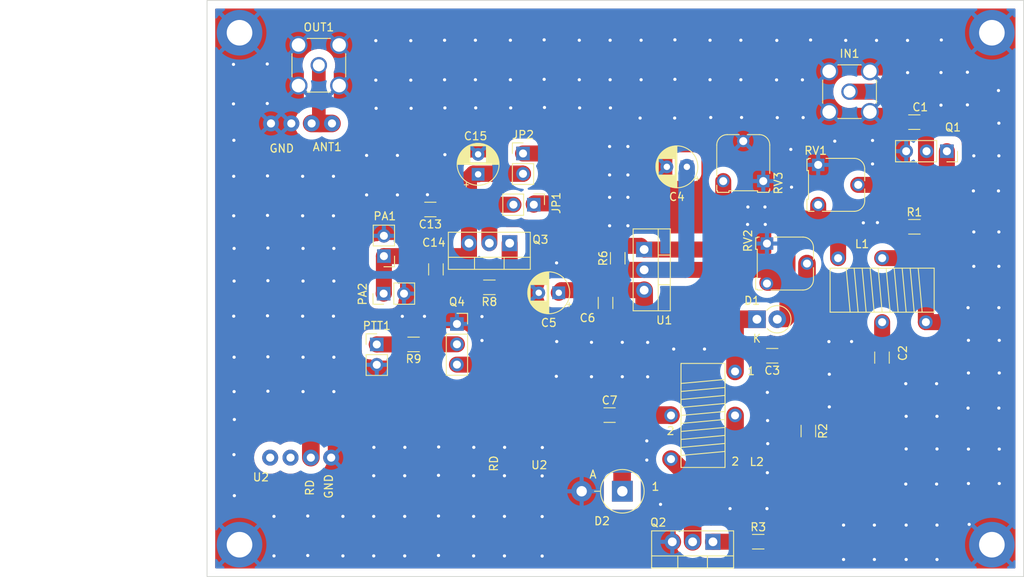
<source format=kicad_pcb>
(kicad_pcb (version 20211014) (generator pcbnew)
  (layers (0 "F.Cu" signal) (31 "B.Cu" signal) (35 "F.Paste" user) (37 "F.SilkS" user "F.Silkscreen") (38 "B.Mask" user) (39 "F.Mask" user) (44 "Edge.Cuts" user))
  (net 0 "")
  (net 1 "GND")
  (net 2 "+VDC")
  (net 3 "Net-(OUT1-Pad1)")
  (net 4 "Net-(C3-Pad1)")
  (net 5 "/DC_BIAS_1")
  (net 6 "/RF_IN_200mW")
  (net 7 "Net-(Q2-Pad1)")
  (net 8 "Net-(R1-Pad1)")
  (net 9 "Net-(C7-Pad2)")
  (net 10 "/8-10mW")
  (net 11 "/RF_OUT")
  (net 12 "/DRAIN")
  (net 15 "Net-(R6-Pad2)")
  (net 16 "Net-(JP1-Pad2)")
  (net 17 "Net-(PTT1-Pad1)")
  (net 18 "Net-(C4-Pad1)")
  (net 19 "Net-(Q3-Pad1)")
  (net 20 "Net-(Q4-Pad2)")
  (net 21 "Net-(C2-Pad2)")
  (net 22 "Net-(L1-Pad1)")
  (net 23 "Net-(C5-Pad1)")
  (footprint "footprints:uSDX_LPF_Band_Module" (layer "F.Cu") (at -3.255 85.385 90)
    (fp_text reference "U2" (at 0.351 32.345) (layer "F.SilkS"))
    (fp_text value "uSDX_LPF_BAND_MODULE (100v caps)" hide)
    (fp_text user "GND" (at 41.455 34.945) (layer "F.SilkS"))
    (fp_text user "GND" (at -0.795 40.815 270) (layer "F.SilkS"))
    (fp_text user "ANT1" (at 41.635 40.635) (layer "F.SilkS"))
    (pad "1" thru_hole circle (at 2.8 33.5 270) (size 2 2) (drill 1.016) (layers *.Cu *.Mask))
    (pad "2" thru_hole circle (at 2.8 36.04 270) (size 2 2) (drill 1.016) (layers *.Cu *.Mask))
    (pad "3" thru_hole circle (at 2.8 38.58 270) (size 2 2) (drill 1.016) (layers *.Cu *.Mask) (net 11 "/RF_OUT"))
    (pad "4" thru_hole circle (at 2.8 41.12 270) (size 2 2) (drill 1.016) (layers *.Cu *.Mask) (net 1 "GND"))
    (pad "5" thru_hole circle (at 44.58 41.22 270) (size 2 2) (drill 1.016) (layers *.Cu *.Mask) (net 3 "Net-(OUT1-Pad1)"))
    (pad "6" thru_hole circle (at 44.58 38.68 270) (size 2 2) (drill 1.016) (layers *.Cu *.Mask) (net 3 "Net-(OUT1-Pad1)"))
    (pad "7" thru_hole circle (at 44.58 36.14 270) (size 2 2) (drill 1.016) (layers *.Cu *.Mask) (net 1 "GND"))
    (pad "8" thru_hole circle (at 44.58 33.6 270) (size 2 2) (drill 1.016) (layers *.Cu *.Mask) (net 1 "GND"))
  )
  (footprint "Resistor_SMD:R_1206_3216Metric_Pad1.30x1.75mm_HandSolder" (layer "F.Cu") (at 91.21 93.095)
    (fp_text reference "R3" (at 0 -1.82) (layer "F.SilkS"))
    (fp_text value "10")
    (pad "1" smd roundrect (at -1.55 0) (size 1.3 1.75) (layers "F.Cu" "F.Paste" "F.Mask") (roundrect_rratio 0.1923076923) (net 7 "Net-(Q2-Pad1)"))
    (pad "2" smd roundrect (at 1.55 0) (size 1.3 1.75) (layers "F.Cu" "F.Paste" "F.Mask") (roundrect_rratio 0.1923076923) (net 6 "/RF_IN_200mW"))
  )
  (footprint "Capacitor_SMD:C_1206_3216Metric_Pad1.33x1.80mm_HandSolder" (layer "F.Cu") (at 106.67 70.08 90)
    (fp_text reference "C2" (at 0.56 2.6 90) (layer "F.SilkS"))
    (fp_text value "100nF" hide)
    (pad "1" smd roundrect (at -1.5625 0 90) (size 1.325 1.8) (layers "F.Cu" "F.Paste" "F.Mask") (roundrect_rratio 0.1886792453) (net 6 "/RF_IN_200mW"))
    (pad "2" smd roundrect (at 1.5625 0 90) (size 1.325 1.8) (layers "F.Cu" "F.Paste" "F.Mask") (roundrect_rratio 0.1886792453) (net 21 "Net-(C2-Pad2)"))
  )
  (footprint "Capacitor_SMD:C_1206_3216Metric_Pad1.33x1.80mm_HandSolder" (layer "F.Cu") (at 72.644 77.27)
    (fp_text reference "C7" (at 0 -1.85) (layer "F.SilkS"))
    (fp_text value "100nF 100v" hide)
    (pad "1" smd roundrect (at -1.5625 0) (size 1.325 1.8) (layers "F.Cu" "F.Paste" "F.Mask") (roundrect_rratio 0.1886792453) (net 11 "/RF_OUT"))
    (pad "2" smd roundrect (at 1.5625 0) (size 1.325 1.8) (layers "F.Cu" "F.Paste" "F.Mask") (roundrect_rratio 0.1886792453) (net 9 "Net-(C7-Pad2)"))
  )
  (footprint "Package_TO_SOT_THT:TO-220-3_Vertical" (layer "F.Cu") (at 85.555 93.11 180)
    (fp_text reference "Q2" (at 6.842 2.419) (layer "F.SilkS"))
    (fp_text value "IRF510" hide)
    (pad "1" thru_hole rect locked (at 0 0 180) (size 1.905 2) (drill 1.1) (layers *.Cu *.Mask) (net 7 "Net-(Q2-Pad1)"))
    (pad "2" thru_hole oval locked (at 2.54 0 180) (size 1.905 2) (drill 1.1) (layers *.Cu *.Mask) (net 12 "/DRAIN"))
    (pad "3" thru_hole oval locked (at 5.08 0 180) (size 1.905 2) (drill 1.1) (layers *.Cu *.Mask) (net 1 "GND"))
  )
  (footprint "Resistor_SMD:R_1206_3216Metric_Pad1.30x1.75mm_HandSolder" (layer "F.Cu") (at 97.475 79.26 -90)
    (fp_text reference "R2" (at 0 -1.82 -90) (layer "F.SilkS"))
    (fp_text value "3.3k" hide)
    (pad "1" smd roundrect (at -1.55 0 270) (size 1.3 1.75) (layers "F.Cu" "F.Paste" "F.Mask") (roundrect_rratio 0.1923076923) (net 4 "Net-(C3-Pad1)"))
    (pad "2" smd roundrect (at 1.55 0 270) (size 1.3 1.75) (layers "F.Cu" "F.Paste" "F.Mask") (roundrect_rratio 0.1923076923) (net 6 "/RF_IN_200mW"))
  )
  (footprint "Capacitor_SMD:C_1206_3216Metric_Pad1.33x1.80mm_HandSolder" (layer "F.Cu") (at 110.7055 40.64 180)
    (fp_text reference "C1" (at -0.7445 1.87 180) (layer "F.SilkS"))
    (fp_text value "100nF" hide)
    (pad "1" smd roundrect (at -1.5625 0 180) (size 1.325 1.8) (layers "F.Cu" "F.Paste" "F.Mask") (roundrect_rratio 0.1886792453) (net 5 "/DC_BIAS_1"))
    (pad "2" smd roundrect (at 1.5625 0 180) (size 1.325 1.8) (layers "F.Cu" "F.Paste" "F.Mask") (roundrect_rratio 0.1886792453) (net 10 "/8-10mW"))
  )
  (footprint "Connector_PinSocket_2.54mm:PinSocket_1x03_P2.54mm_Vertical" (layer "F.Cu") (at 114.775 44.275 -90)
    (fp_text reference "Q1" (at -2.985 -0.76 180) (layer "F.SilkS"))
    (fp_text value "BS170" hide)
    (pad "1" thru_hole rect locked (at 0 0 270) (size 1.7 1.7) (drill 1) (layers *.Cu *.Mask) (net 22 "Net-(L1-Pad1)"))
    (pad "2" thru_hole oval locked (at 0 2.54 270) (size 1.7 1.7) (drill 1) (layers *.Cu *.Mask) (net 5 "/DC_BIAS_1"))
    (pad "3" thru_hole oval locked (at 0 5.08 270) (size 1.7 1.7) (drill 1) (layers *.Cu *.Mask) (net 1 "GND"))
  )
  (footprint "Resistor_SMD:R_1206_3216Metric_Pad1.30x1.75mm_HandSolder" (layer "F.Cu") (at 110.718 53.725)
    (fp_text reference "R1" (at 0 -1.82) (layer "F.SilkS"))
    (fp_text value "4.7k")
    (pad "1" smd roundrect (at -1.55 0) (size 1.3 1.75) (layers "F.Cu" "F.Paste" "F.Mask") (roundrect_rratio 0.1923076923) (net 8 "Net-(R1-Pad1)"))
    (pad "2" smd roundrect (at 1.55 0) (size 1.3 1.75) (layers "F.Cu" "F.Paste" "F.Mask") (roundrect_rratio 0.1923076923) (net 5 "/DC_BIAS_1"))
  )
  (footprint "footprints:FT50-43 Transformer" (layer "F.Cu") (at 114.69 61.645 -90)
    (fp_text reference "L1" (at -5.765 10.51 unlocked) (layer "F.SilkS"))
    (fp_text value "L_Ferrite_Coupled" hide)
    (pad "1" thru_hole circle locked (at 4 2.54 270) (size 1.7 1.7) (drill 1) (layers *.Cu *.Mask) (net 22 "Net-(L1-Pad1)"))
    (pad "2" thru_hole circle locked (at -4 13.5 270) (size 1.7 1.7) (drill 1) (layers *.Cu *.Mask) (net 18 "Net-(C4-Pad1)"))
    (pad "3" thru_hole circle locked (at 4 8 270) (size 1.7 1.7) (drill 1) (layers *.Cu *.Mask) (net 21 "Net-(C2-Pad2)"))
    (pad "4" thru_hole circle locked (at -4 8 270) (size 1.7 1.7) (drill 1) (layers *.Cu *.Mask) (net 22 "Net-(L1-Pad1)"))
  )
  (footprint "Diode_THT:D_DO-41_SOD81_P2.54mm_Vertical_KathodeUp" (layer "F.Cu") (at 91.05 65.285)
    (fp_text reference "D1" (at -0.61 -2.325) (layer "F.SilkS"))
    (fp_text value "1N4007" hide)
    (fp_text user "K" (at -0.01 2.415) (layer "F.SilkS"))
    (pad "1" thru_hole rect (at 0 0) (size 2.2 2.2) (drill 1.1) (layers *.Cu *.Mask) (net 23 "Net-(C5-Pad1)"))
    (pad "2" thru_hole oval (at 2.54 0) (size 2.2 2.2) (drill 1.1) (layers *.Cu *.Mask) (net 18 "Net-(C4-Pad1)"))
  )
  (footprint "footprints:FT50-43 Transformer" (layer "F.Cu") (at 84.315 85.31 180)
    (fp_text reference "L2" (at -6.71 2.195 unlocked) (layer "F.SilkS"))
    (fp_text value "L_Ferrite_Coupled" hide)
    (pad "1" thru_hole circle locked (at 4 2.54 180) (size 1.7 1.7) (drill 1) (layers *.Cu *.Mask) (net 12 "/DRAIN"))
    (pad "2" thru_hole circle locked (at -4 13.5 180) (size 1.7 1.7) (drill 1) (layers *.Cu *.Mask) (net 23 "Net-(C5-Pad1)"))
    (pad "3" thru_hole circle locked (at 4 8 180) (size 1.7 1.7) (drill 1) (layers *.Cu *.Mask) (net 9 "Net-(C7-Pad2)"))
    (pad "4" thru_hole circle locked (at -4 8 180) (size 1.7 1.7) (drill 1) (layers *.Cu *.Mask) (net 12 "/DRAIN"))
  )
  (footprint "Potentiometer_THT:Potentiometer_Runtron_RM-065_Vertical" (layer "F.Cu") (at 92.3 60.82 90)
    (fp_text reference "RV2" (at 5.35 -2.37 270) (layer "F.SilkS"))
    (fp_text value "5k")
    (pad "1" thru_hole rect (at 5 0 90) (size 1.56 1.56) (drill 1) (layers *.Cu *.Mask) (net 1 "GND"))
    (pad "2" thru_hole circle (at 2.5 5 90) (size 1.56 1.56) (drill 1) (layers *.Cu *.Mask) (net 4 "Net-(C3-Pad1)"))
    (pad "3" thru_hole circle (at 0 0 90) (size 1.56 1.56) (drill 1) (layers *.Cu *.Mask) (net 18 "Net-(C4-Pad1)"))
  )
  (footprint "Potentiometer_THT:Potentiometer_Runtron_RM-065_Vertical" (layer "F.Cu") (at 98.7 50.98 90)
    (fp_text reference "RV1" (at 6.77 -0.32 180) (layer "F.SilkS"))
    (fp_text value "5k")
    (pad "1" thru_hole rect (at 5 0 90) (size 1.56 1.56) (drill 1) (layers *.Cu *.Mask) (net 1 "GND"))
    (pad "2" thru_hole circle (at 2.5 5 90) (size 1.56 1.56) (drill 1) (layers *.Cu *.Mask) (net 8 "Net-(R1-Pad1)"))
    (pad "3" thru_hole circle (at 0 0 90) (size 1.56 1.56) (drill 1) (layers *.Cu *.Mask) (net 18 "Net-(C4-Pad1)"))
  )
  (footprint "Capacitor_SMD:C_1206_3216Metric_Pad1.33x1.80mm_HandSolder" (layer "F.Cu") (at 92.964 69.85 180)
    (fp_text reference "C3" (at 0 -1.85) (layer "F.SilkS"))
    (fp_text value "100nF" hide)
    (pad "1" smd roundrect (at -1.5625 0 180) (size 1.325 1.8) (layers "F.Cu" "F.Paste" "F.Mask") (roundrect_rratio 0.1886792453) (net 4 "Net-(C3-Pad1)"))
    (pad "2" smd roundrect (at 1.5625 0 180) (size 1.325 1.8) (layers "F.Cu" "F.Paste" "F.Mask") (roundrect_rratio 0.1886792453) (net 1 "GND"))
  )
  (footprint "Capacitor_THT:CP_Radial_D5.0mm_P2.50mm" (layer "F.Cu") (at 66.294 61.976 180)
    (fp_text reference "C5" (at 1.25 -3.75) (layer "F.SilkS"))
    (fp_text value "10uF 50v" hide)
    (pad "1" thru_hole rect (at 0 0 180) (size 1.6 1.6) (drill 0.8) (layers *.Cu *.Mask) (net 23 "Net-(C5-Pad1)"))
    (pad "2" thru_hole circle (at 2.5 0 180) (size 1.6 1.6) (drill 0.8) (layers *.Cu *.Mask) (net 1 "GND"))
  )
  (footprint "Package_TO_SOT_THT:TO-220-3_Vertical" (layer "F.Cu") (at 76.96 56.57 -90)
    (fp_text reference "U1" (at 8.84 -2.51) (layer "F.SilkS"))
    (fp_text value "LM317_TO-220" hide)
    (pad "1" thru_hole rect locked (at 0 0 270) (size 1.905 2) (drill 1.1) (layers *.Cu *.Mask) (net 15 "Net-(R6-Pad2)"))
    (pad "2" thru_hole oval locked (at 2.54 0 270) (size 1.905 2) (drill 1.1) (layers *.Cu *.Mask) (net 18 "Net-(C4-Pad1)"))
    (pad "3" thru_hole oval locked (at 5.08 0 270) (size 1.905 2) (drill 1.1) (layers *.Cu *.Mask) (net 23 "Net-(C5-Pad1)"))
  )
  (footprint "Diode_THT:D_DO-201_P5.08mm_Vertical_AnodeUp" (layer "F.Cu") (at 74.235 86.79 180)
    (fp_text reference "D2" (at 2.54 -3.725) (layer "F.SilkS"))
    (fp_text value "75v 5W" hide)
    (fp_text user "A" (at 3.67 2.105) (layer "F.SilkS"))
    (pad "1" thru_hole rect locked (at 0 0 180) (size 2.6 2.6) (drill 1.3) (layers *.Cu *.Mask) (net 9 "Net-(C7-Pad2)"))
    (pad "2" thru_hole oval locked (at 5.08 0 180) (size 2.6 2.6) (drill 1.3) (layers *.Cu *.Mask) (net 1 "GND"))
  )
  (footprint "MountingHole:MountingHole_3.2mm_M3_ISO7380_Pad" (layer "F.Cu") (at 26.416 93.472)
    (fp_text reference "H3" hide)
    (fp_text value "MountingHole_Pad" hide)
    (pad "1" thru_hole circle (at 0 0) (size 5.7 5.7) (drill 3.2) (layers *.Cu *.Mask) (net 1 "GND"))
  )
  (footprint "Capacitor_SMD:C_1206_3216Metric_Pad1.33x1.80mm_HandSolder" (layer "F.Cu") (at 50.95 59.05 -90)
    (fp_text reference "C14" (at -3.35 0.26) (layer "F.SilkS"))
    (fp_text value "100nF" hide)
    (pad "1" smd roundrect (at -1.5625 0 270) (size 1.325 1.8) (layers "F.Cu" "F.Paste" "F.Mask") (roundrect_rratio 0.1886792453) (net 2 "+VDC"))
    (pad "2" smd roundrect (at 1.5625 0 270) (size 1.325 1.8) (layers "F.Cu" "F.Paste" "F.Mask") (roundrect_rratio 0.1886792453) (net 1 "GND"))
  )
  (footprint "Connector_Coaxial:SMA_Amphenol_901-144_Vertical" (layer "F.Cu") (at 102.616 36.83)
    (fp_text reference "IN1" (at 0 -4.75) (layer "F.SilkS"))
    (fp_text value "SMA" hide)
    (pad "1" thru_hole circle locked (at 0 0) (size 2.05 2.05) (drill 1.5) (layers *.Cu *.Mask) (net 10 "/8-10mW"))
    (pad "2" thru_hole circle locked (at -2.54 2.54) (size 2.25 2.25) (drill 1.7) (layers *.Cu *.Mask) (net 1 "GND"))
    (pad "2" thru_hole circle locked (at 2.54 2.54) (size 2.25 2.25) (drill 1.7) (layers *.Cu *.Mask) (net 1 "GND"))
    (pad "2" thru_hole circle locked (at -2.54 -2.54) (size 2.25 2.25) (drill 1.7) (layers *.Cu *.Mask) (net 1 "GND"))
    (pad "2" thru_hole circle locked (at 2.54 -2.54) (size 2.25 2.25) (drill 1.7) (layers *.Cu *.Mask) (net 1 "GND"))
  )
  (footprint "Package_TO_SOT_THT:TO-220-3_Vertical" (layer "F.Cu") (at 60.16 55.775 180)
    (fp_text reference "Q3" (at -3.84 0.445) (layer "F.SilkS"))
    (fp_text value "IRF9540N" hide)
    (pad "1" thru_hole rect (at 0 0 180) (size 1.905 2) (drill 1.1) (layers *.Cu *.Mask) (net 19 "Net-(Q3-Pad1)"))
    (pad "2" thru_hole oval (at 2.54 0 180) (size 1.905 2) (drill 1.1) (layers *.Cu *.Mask) (net 16 "Net-(JP1-Pad2)"))
    (pad "3" thru_hole oval (at 5.08 0 180) (size 1.905 2) (drill 1.1) (layers *.Cu *.Mask) (net 2 "+VDC"))
  )
  (footprint "Connector_PinHeader_2.54mm:PinHeader_1x02_P2.54mm_Vertical" (layer "F.Cu") (at 43.56 68.435)
    (fp_text reference "PTT1" (at 0 -2.33) (layer "F.SilkS"))
    (fp_text value "PTT")
    (pad "1" thru_hole rect (at 0 0) (size 1.7 1.7) (drill 1) (layers *.Cu *.Mask) (net 17 "Net-(PTT1-Pad1)"))
    (pad "2" thru_hole oval (at 0 2.54) (size 1.7 1.7) (drill 1) (layers *.Cu *.Mask) (net 1 "GND"))
  )
  (footprint "Capacitor_THT:CP_Radial_D5.0mm_P2.50mm" (layer "F.Cu") (at 56.22 47.165112 90)
    (fp_text reference "C15" (at 4.775112 -0.32 180) (layer "F.SilkS"))
    (fp_text value "22uF 25v" hide)
    (pad "1" thru_hole rect (at 0 0 90) (size 1.6 1.6) (drill 0.8) (layers *.Cu *.Mask) (net 2 "+VDC"))
    (pad "2" thru_hole circle (at 2.5 0 90) (size 1.6 1.6) (drill 0.8) (layers *.Cu *.Mask) (net 1 "GND"))
  )
  (footprint "Connector_PinHeader_2.54mm:PinHeader_1x02_P2.54mm_Vertical" (layer "F.Cu") (at 63.175 50.96 -90)
    (fp_text reference "JP1" (at -0.21 -2.805 90) (layer "F.SilkS"))
    (fp_text value "Jumper_2_Open" hide)
    (pad "1" thru_hole rect (at 0 0 270) (size 1.7 1.7) (drill 1) (layers *.Cu *.Mask) (net 23 "Net-(C5-Pad1)"))
    (pad "2" thru_hole oval (at 0 2.54 270) (size 1.7 1.7) (drill 1) (layers *.Cu *.Mask) (net 16 "Net-(JP1-Pad2)"))
  )
  (footprint "Potentiometer_THT:Potentiometer_Runtron_RM-065_Vertical" (layer "F.Cu") (at 91.84 48.01 180)
    (fp_text reference "RV3" (at -1.886 -0.25 270) (layer "F.SilkS"))
    (fp_text value "5k" hide)
    (pad "1" thru_hole rect (at 0 0 180) (size 1.56 1.56) (drill 1) (layers *.Cu *.Mask) (net 1 "GND"))
    (pad "2" thru_hole circle (at 2.5 5 180) (size 1.56 1.56) (drill 1) (layers *.Cu *.Mask) (net 1 "GND"))
    (pad "3" thru_hole circle (at 5 0 180) (size 1.56 1.56) (drill 1) (layers *.Cu *.Mask) (net 15 "Net-(R6-Pad2)"))
  )
  (footprint "Resistor_SMD:R_1206_3216Metric_Pad1.30x1.75mm_HandSolder" (layer "F.Cu") (at 48.1575 68.43 180)
    (fp_text reference "R9" (at 0 -1.82 180) (layer "F.SilkS"))
    (fp_text value "4.7k" hide)
    (pad "1" smd roundrect (at -1.55 0 180) (size 1.3 1.75) (layers "F.Cu" "F.Paste" "F.Mask") (roundrect_rratio 0.1923076923) (net 20 "Net-(Q4-Pad2)"))
    (pad "2" smd roundrect (at 1.55 0 180) (size 1.3 1.75) (layers "F.Cu" "F.Paste" "F.Mask") (roundrect_rratio 0.1923076923) (net 17 "Net-(PTT1-Pad1)"))
  )
  (footprint "Capacitor_SMD:C_1206_3216Metric_Pad1.33x1.80mm_HandSolder" (layer "F.Cu") (at 50.2535 51.562 180)
    (fp_text reference "C13" (at 0 -1.85) (layer "F.SilkS"))
    (fp_text value "100nF" hide)
    (pad "1" smd roundrect (at -1.5625 0 180) (size 1.325 1.8) (layers "F.Cu" "F.Paste" "F.Mask") (roundrect_rratio 0.1886792453) (net 2 "+VDC"))
    (pad "2" smd roundrect (at 1.5625 0 180) (size 1.325 1.8) (layers "F.Cu" "F.Paste" "F.Mask") (roundrect_rratio 0.1886792453) (net 1 "GND"))
  )
  (footprint "Connector_PinSocket_2.54mm:PinSocket_1x03_P2.54mm_Vertical" (layer "F.Cu") (at 53.575 65.875)
    (fp_text reference "Q4" (at 0 -2.77) (layer "F.SilkS"))
    (fp_text value "2N3904")
    (pad "1" thru_hole rect (at 0 0) (size 1.7 1.7) (drill 1) (layers *.Cu *.Mask) (net 1 "GND"))
    (pad "2" thru_hole oval (at 0 2.54) (size 1.7 1.7) (drill 1) (layers *.Cu *.Mask) (net 20 "Net-(Q4-Pad2)"))
    (pad "3" thru_hole oval (at 0 5.08) (size 1.7 1.7) (drill 1) (layers *.Cu *.Mask) (net 19 "Net-(Q3-Pad1)"))
  )
  (footprint "Resistor_SMD:R_1206_3216Metric_Pad1.30x1.75mm_HandSolder" (layer "F.Cu") (at 73.66 57.658 90)
    (fp_text reference "R6" (at 0 -1.82 90) (layer "F.SilkS"))
    (fp_text value "220" hide)
    (pad "1" smd roundrect (at -1.55 0 90) (size 1.3 1.75) (layers "F.Cu" "F.Paste" "F.Mask") (roundrect_rratio 0.1923076923) (net 18 "Net-(C4-Pad1)"))
    (pad "2" smd roundrect (at 1.55 0 90) (size 1.3 1.75) (layers "F.Cu" "F.Paste" "F.Mask") (roundrect_rratio 0.1923076923) (net 15 "Net-(R6-Pad2)"))
  )
  (footprint "Capacitor_SMD:C_1206_3216Metric_Pad1.33x1.80mm_HandSolder" (layer "F.Cu") (at 72.136 63.246 -90)
    (fp_text reference "C6" (at 1.88 2.25) (layer "F.SilkS"))
    (fp_text value "100nF" hide)
    (pad "1" smd roundrect (at -1.5625 0 270) (size 1.325 1.8) (layers "F.Cu" "F.Paste" "F.Mask") (roundrect_rratio 0.1886792453) (net 23 "Net-(C5-Pad1)"))
    (pad "2" smd roundrect (at 1.5625 0 270) (size 1.325 1.8) (layers "F.Cu" "F.Paste" "F.Mask") (roundrect_rratio 0.1886792453) (net 1 "GND"))
  )
  (footprint "Connector_PinHeader_2.54mm:PinHeader_1x02_P2.54mm_Vertical" (layer "F.Cu") (at 44.45 57.39 180)
    (fp_text reference "PA1" (at -0.11 4.995 180) (layer "F.SilkS"))
    (fp_text value "VDC" hide)
    (pad "1" thru_hole rect (at 0 0 180) (size 1.7 1.7) (drill 1) (layers *.Cu *.Mask) (net 2 "+VDC"))
    (pad "2" thru_hole oval (at 0 2.54 180) (size 1.7 1.7) (drill 1) (layers *.Cu *.Mask) (net 1 "GND"))
  )
  (footprint "Connector_PinHeader_2.54mm:PinHeader_1x02_P2.54mm_Vertical" (layer "F.Cu") (at 61.83 44.56)
    (fp_text reference "JP2" (at 0 -2.33) (layer "F.SilkS"))
    (fp_text value "Jumper_2_Open" hide)
    (pad "1" thru_hole rect (at 0 0) (size 1.7 1.7) (drill 1) (layers *.Cu *.Mask) (net 23 "Net-(C5-Pad1)"))
    (pad "2" thru_hole oval (at 0 2.54) (size 1.7 1.7) (drill 1) (layers *.Cu *.Mask) (net 2 "+VDC"))
  )
  (footprint "Connector_PinHeader_2.54mm:PinHeader_1x02_P2.54mm_Vertical" (layer "F.Cu") (at 44.42 62.08 90)
    (fp_text reference "PA2" (at -0.05 -2.63 90) (layer "F.SilkS"))
    (fp_text value "VDC" hide)
    (pad "1" thru_hole rect (at 0 0 90) (size 1.7 1.7) (drill 1) (layers *.Cu *.Mask) (net 2 "+VDC"))
    (pad "2" thru_hole oval (at 0 2.54 90) (size 1.7 1.7) (drill 1) (layers *.Cu *.Mask) (net 1 "GND"))
  )
  (footprint "Resistor_SMD:R_1206_3216Metric_Pad1.30x1.75mm_HandSolder" (layer "F.Cu") (at 57.625 61.29 180)
    (fp_text reference "R8" (at 0 -1.82 180) (layer "F.SilkS"))
    (fp_text value "4.7k" hide)
    (pad "1" smd roundrect (at -1.55 0 180) (size 1.3 1.75) (layers "F.Cu" "F.Paste" "F.Mask") (roundrect_rratio 0.1923076923) (net 19 "Net-(Q3-Pad1)"))
    (pad "2" smd roundrect (at 1.55 0 180) (size 1.3 1.75) (layers "F.Cu" "F.Paste" "F.Mask") (roundrect_rratio 0.1923076923) (net 2 "+VDC"))
  )
  (footprint "Capacitor_THT:CP_Radial_D5.0mm_P2.50mm" (layer "F.Cu") (at 82.296 46.228 180)
    (fp_text reference "C4" (at 1.25 -3.75) (layer "F.SilkS"))
    (fp_text value "10uF 50v")
    (pad "1" thru_hole rect (at 0 0 180) (size 1.6 1.6) (drill 0.8) (layers *.Cu *.Mask) (net 18 "Net-(C4-Pad1)"))
    (pad "2" thru_hole circle (at 2.5 0 180) (size 1.6 1.6) (drill 0.8) (layers *.Cu *.Mask) (net 1 "GND"))
  )
  (footprint "Connector_Coaxial:SMA_Amphenol_901-144_Vertical" (layer "F.Cu") (at 36.322 33.528)
    (fp_text reference "OUT1" (at 0 -4.75) (layer "F.SilkS"))
    (fp_text value "SMA" hide)
    (pad "1" thru_hole circle locked (at 0 0) (size 2.05 2.05) (drill 1.5) (layers *.Cu *.Mask) (net 3 "Net-(OUT1-Pad1)"))
    (pad "2" thru_hole circle locked (at 2.54 2.54) (size 2.25 2.25) (drill 1.7) (layers *.Cu *.Mask) (net 1 "GND"))
    (pad "2" thru_hole circle locked (at -2.54 -2.54) (size 2.25 2.25) (drill 1.7) (layers *.Cu *.Mask) (net 1 "GND"))
    (pad "2" thru_hole circle locked (at 2.54 -2.54) (size 2.25 2.25) (drill 1.7) (layers *.Cu *.Mask) (net 1 "GND"))
    (pad "2" thru_hole circle locked (at -2.54 2.54) (size 2.25 2.25) (drill 1.7) (layers *.Cu *.Mask) (net 1 "GND"))
  )
  (footprint "MountingHole:MountingHole_3.2mm_M3_ISO7380_Pad" (layer "F.Cu") (at 26.416 29.464)
    (fp_text reference "H1" hide)
    (fp_text value "MountingHole_Pad" hide)
    (pad "1" thru_hole circle (at 0 0) (size 5.7 5.7) (drill 3.2) (layers *.Cu *.Mask) (net 1 "GND"))
  )
  (footprint "MountingHole:MountingHole_3.2mm_M3_ISO7380_Pad" (layer "F.Cu") (at 120.396 29.464)
    (fp_text reference "H2" hide)
    (fp_text value "MountingHole_Pad" hide)
    (pad "1" thru_hole circle (at 0 0) (size 5.7 5.7) (drill 3.2) (layers *.Cu *.Mask) (net 1 "GND"))
  )
  (footprint "MountingHole:MountingHole_3.2mm_M3_ISO7380_Pad" (layer "F.Cu") (at 120.396 93.472)
    (fp_text reference "H4" hide)
    (fp_text value "MountingHole_Pad" hide)
    (pad "1" thru_hole circle (at 0 0) (size 5.7 5.7) (drill 3.2) (layers *.Cu *.Mask) (net 1 "GND"))
  )
  (gr_rect (start 22.36 25.42) (end 124.36 97.46) (layer "Edge.Cuts") (width 0.1) (fill none))
  (gr_text "1" (at 90.315 71.76) (layer "F.SilkS") (effects (font (size 1 1))))
  (gr_text "U2" (at 63.855 83.515) (layer "F.SilkS") (effects (font (size 1 1))))
  (gr_text "2" (at 88.345 83.07) (layer "F.SilkS") (effects (font (size 1 1))))
  (gr_text "RD" (at 35.2 86.34 90) (layer "F.SilkS") (effects (font (size 1 1))))
  (gr_text "2" (at 80.264 79.248) (layer "F.SilkS") (effects (font (size 1 1))))
  (gr_text "1" (at 78.375 86.215) (layer "F.SilkS") (effects (font (size 1 1))))
  (gr_text "RD" (at 58.185 83.325 90) (layer "F.SilkS") (effects (font (size 1 1))))
  (segment (start 69.40501 93.11) (end 69.385 93.08999) (width 2) (layer "F.Cu") (net 1))
  (segment (start 80.475 93.11) (end 69.40501 93.11) (width 2.2) (layer "F.Cu") (net 1))
  (segment (start 69.155 86.79) (end 69.155 92.85999) (width 2.2) (layer "F.Cu") (net 1))
  (via (at 39.33 94.87) (size 0.8) (drill 0.4) (layers "F.Cu" "B.Cu") (net 1))
  (via (at 70.38 68.17) (size 0.8) (drill 0.4) (layers "F.Cu" "B.Cu") (net 1))
  (via (at 52.07 38.862) (size 0.8) (drill 0.4) (layers "F.Cu" "B.Cu") (net 1))
  (via (at 100.09 72.16) (size 0.8) (drill 0.4) (layers "F.Cu" "B.Cu") (net 1))
  (via (at 29.91 47.36) (size 0.8) (drill 0.4) (layers "F.Cu" "B.Cu") (net 1))
  (via (at 38.2 60.51) (size 0.8) (drill 0.4) (layers "F.Cu" "B.Cu") (net 1))
  (via (at 64.24 81.32) (size 0.8) (drill 0.4) (layers "F.Cu" "B.Cu") (net 1))
  (via (at 25.66 33.42) (size 0.8) (drill 0.4) (layers "F.Cu" "B.Cu") (net 1))
  (via (at 96.73 35.35) (size 0.8) (drill 0.4) (layers "F.Cu" "B.Cu") (net 1))
  (via (at 39.33 89.93) (size 0.8) (drill 0.4) (layers "F.Cu" "B.Cu") (net 1))
  (via (at 117.34 38.48) (size 0.8) (drill 0.4) (layers "F.Cu" "B.Cu") (net 1))
  (via (at 46.14 44.8) (size 0.8) (drill 0.4) (layers "F.Cu" "B.Cu") (net 1))
  (via (at 76.454 40.132) (size 0.8) (drill 0.4) (layers "F.Cu" "B.Cu") (net 1))
  (via (at 117.47 72) (size 0.8) (drill 0.4) (layers "F.Cu" "B.Cu") (net 1))
  (via (at 92.38 77.95) (size 0.8) (drill 0.4) (layers "F.Cu" "B.Cu") (net 1))
  (via (at 117.47 81.52) (size 0.8) (drill 0.4) (layers "F.Cu" "B.Cu") (net 1))
  (via (at 34.35 74.33) (size 0.8) (drill 0.4) (layers "F.Cu" "B.Cu") (net 1))
  (via (at 109.86 30.42) (size 0.8) (drill 0.4) (layers "F.Cu" "B.Cu") (net 1))
  (via (at 74.93 53.594) (size 0.8) (drill 0.4) (layers "F.Cu" "B.Cu") (net 1))
  (via (at 43.18 84.85) (size 0.8) (drill 0.4) (layers "F.Cu" "B.Cu") (net 1))
  (via (at 59.51 94.87) (size 0.8) (drill 0.4) (layers "F.Cu" "B.Cu") (net 1))
  (via (at 49.52 64.92) (size 0.8) (drill 0.4) (layers "F.Cu" "B.Cu") (net 1))
  (via (at 55.66 89.93) (size 0.8) (drill 0.4) (layers "F.Cu" "B.Cu") (net 1))
  (via (at 114.04 38.52) (size 0.8) (drill 0.4) (layers "F.Cu" "B.Cu") (net 1))
  (via (at 89.92 51.25) (size 0.8) (drill 0.4) (layers "F.Cu" "B.Cu") (net 1))
  (via (at 38.2 74.33) (size 0.8) (drill 0.4) (layers "F.Cu" "B.Cu") (net 1))
  (via (at 121.27 76.39) (size 0.8) (drill 0.4) (layers "F.Cu" "B.Cu") (net 1))
  (via (at 43.48 38.912) (size 0.8) (drill 0.4) (layers "F.Cu" "B.Cu") (net 1))
  (via (at 114.04 34.44) (size 0.8) (drill 0.4) (layers "F.Cu" "B.Cu") (net 1))
  (via (at 76.58 30.4) (size 0.8) (drill 0.4) (layers "F.Cu" "B.Cu") (net 1))
  (via (at 68.86 35.34) (size 0.8) (drill 0.4) (layers "F.Cu" "B.Cu") (net 1))
  (via (at 34.35 60.51) (size 0.8) (drill 0.4) (layers "F.Cu" "B.Cu") (net 1))
  (via (at 38.2 70.03) (size 0.8) (drill 0.4) (layers "F.Cu" "B.Cu") (net 1))
  (via (at 25.74 60.51) (size 0.8) (drill 0.4) (layers "F.Cu" "B.Cu") (net 1))
  (via (at 72.644 50.038) (size 0.8) (drill 0.4) (layers "F.Cu" "B.Cu") (net 1))
  (via (at 64.22 94.89) (size 0.8) (drill 0.4) (layers "F.Cu" "B.Cu") (net 1))
  (via (at 105.72 95.32) (size 0.8) (drill 0.4) (layers "F.Cu" "B.Cu") (net 1))
  (via (at 25.77 87.34) (size 0.8) (drill 0.4) (layers "F.Cu" "B.Cu") (net 1))
  (via (at 113.54 77.42) (size 0.8) (drill 0.4) (layers "F.Cu" "B.Cu") (net 1))
  (via (at 80.8 35.29) (size 0.8) (drill 0.4) (layers "F.Cu" "B.Cu") (net 1))
  (via (at 117.562 90.932) (size 0.8) (drill 0.4) (layers "F.Cu" "B.Cu") (net 1))
  (via (at 34.3 47.41) (size 0.8) (drill 0.4) (layers "F.Cu" "B.Cu") (net 1))
  (via (at 72.644 47.244) (size 0.8) (drill 0.4) (layers "F.Cu" "B.Cu") (net 1))
  (via (at 101.87 91.02) (size 0.8) (drill 0.4) (layers "F.Cu" "B.Cu") (net 1))
  (via (at 72.644 43.688) (size 0.8) (drill 0.4) (layers "F.Cu" "B.Cu") (net 1))
  (via (at 109.69 77.42) (size 0.8) (drill 0.4) (layers "F.Cu" "B.Cu") (net 1))
  (via (at 64.22 89.95) (size 0.8) (drill 0.4) (layers "F.Cu" "B.Cu") (net 1))
  (via (at 121.27 40.77) (size 0.8) (drill 0.4) (layers "F.Cu" "B.Cu") (net 1))
  (via (at 30.72 89.93) (size 0.8) (drill 0.4) (layers "F.Cu" "B.Cu") (net 1))
  (via (at 25.69 64.9) (size 0.8) (drill 0.4) (layers "F.Cu" "B.Cu") (net 1))
  (via (at 77.4 72.48) (size 0.8) (drill 0.4) (layers "F.Cu" "B.Cu") (net 1))
  (via (at 76.58 35.34) (size 0.8) (drill 0.4) (layers "F.Cu" "B.Cu") (net 1))
  (via (at 64.47 35.29) (size 0.8) (drill 0.4) (layers "F.Cu" "B.Cu") (net 1))
  (via (at 74.93 50.038) (size 0.8) (drill 0.4) (layers "F.Cu" "B.Cu") (net 1))
  (via (at 52.03 35.342) (size 0.8) (drill 0.4) (layers "F.Cu" "B.Cu") (net 1))
  (via (at 66.02 58.24) (size 0.8) (drill 0.4) (layers "F.Cu" "B.Cu") (net 1))
  (via (at 59.51 89.93) (size 0.8) (drill 0.4) (layers "F.Cu" "B.Cu") (net 1))
  (via (at 106.1 53.2) (size 0.8) (drill 0.4) (layers "F.Cu" "B.Cu") (net 1))
  (via (at 87.69 88.96) (size 0.8) (drill 0.4) (layers "F.Cu" "B.Cu") (net 1))
  (via (at 65.99 72.42) (size 0.8) (drill 0.4) (layers "F.Cu" "B.Cu") (net 1))
  (via (at 47.81 35.392) (size 0.8) (drill 0.4) (layers "F.Cu" "B.Cu") (net 1))
  (via (at 52.03 30.402) (size 0.8) (drill 0.4) (layers "F.Cu" "B.Cu") (net 1))
  (via (at 51.27 94.82) (size 0.8) (drill 0.4) (layers "F.Cu" "B.Cu") (net 1))
  (via (at 29.96 74.28) (size 0.8) (drill 0.4) (layers "F.Cu" "B.Cu") (net 1))
  (via (at 29.91 52.3) (size 0.8) (drill 0.4) (layers "F.Cu" "B.Cu") (net 1))
  (via (at 84.5 69.01) (size 0.8) (drill 0.4) (layers "F.Cu" "B.Cu") (net 1))
  (via (at 42.29 49.74) (size 0.8) (drill 0.4) (layers "F.Cu" "B.Cu") (net 1))
  (via (at 52.07 44.704) (size 0.8) (drill 0.4) (layers "F.Cu" "B.Cu") (net 1))
  (via (at 105.99 30.42) (size 0.8) (drill 0.4) (layers "F.Cu" "B.Cu") (net 1))
  (via (at 85.19 30.4) (size 0.8) (drill 0.4) (layers "F.Cu" "B.Cu") (net 1))
  (via (at 113.54 95.32) (size 0.8) (drill 0.4) (layers "F.Cu" "B.Cu") (net 1))
  (via (at 70.38 72.47) (size 0.8) (drill 0.4) (layers "F.Cu" "B.Cu") (net 1))
  (via (at 25.69 52.35) (size 0.8) (drill 0.4) (layers "F.Cu" "B.Cu") (net 1))
  (via (at 30.72 94.87) (size 0.8) (drill 0.4) (layers "F.Cu" "B.Cu") (net 1))
  (via (at 117.42 63.84) (size 0.8) (drill 0.4) (layers "F.Cu" "B.Cu") (net 1))
  (via (at 47.81 30.452) (size 0.8) (drill 0.4) (layers "F.Cu" "B.Cu") (net 1))
  (via (at 104.34 53.23) (size 0.8) (drill 0.4) (layers "F.Cu" "B.Cu") (net 1))
  (via (at 109.69 91.02) (size 0.8) (drill 0.4) (layers "F.Cu" "B.Cu") (net 1))
  (via (at 43.18 89.93) (size 0.8) (drill 0.4) (layers "F.Cu" "B.Cu") (net 1))
  (via (at 102.87 68.07) (size 0.8) (drill 0.4) (layers "F.Cu" "B.Cu") (net 1))
  (via (at 56.7 67.94) (size 0.8) (drill 0.4) (layers "F.Cu" "B.Cu") (net 1))
  (via (at 113.49 73.34) (size 0.8) (drill 0.4) (layers "F.Cu" "B.Cu") (net 1))
  (via (at 55.66 84.85) (size 0.8) (drill 0.4) (layers "F.Cu" "B.Cu") (net 1))
  (via (at 29.88 33.37) (size 0.8) (drill 0.4) (layers "F.Cu" "B.Cu") (net 1))
  (via (at 121.22 49.24) (size 0.8) (drill 0.4) (layers "F.Cu" "B.Cu") (net 1))
  (via (at 121.22 36.69) (size 0.8) (drill 0.4) (layers "F.Cu" "B.Cu") (net 1))
  (via (at 114.08 30.37) (size 0.8) (drill 0.4) (layers "F.Cu" "B.Cu") (net 1))
  (via (at 34.3 64.9) (size 0.8) (drill 0.4) (layers "F.Cu" "B.Cu") (net 1))
  (via (at 43.2 81.3) (size 0.8) (drill 0.4) (layers "F.Cu" "B.Cu") (net 1))
  (via (at 109.69 95.32) (size 0.8) (drill 0.4) (layers "F.Cu" "B.Cu") (net 1))
  (via (at 79.006645 88.427468) (size 0.8) (drill 0.4) (layers "F.Cu" "B.Cu") (net 1))
  (via (at 29.96 60.46) (size 0.8) (drill 0.4) (layers "F.Cu" "B.Cu") (net 1))
  (via (at 121.27 58.67) (size 0.8) (drill 0.4) (layers "F.Cu" "B.Cu") (net 1))
  (via (at 109.87 34.45) (size 0.8) (drill 0.4) (layers "F.Cu" "B.Cu") (net 1))
  (via (at 38.15 47.41) (size 0.8) (drill 0.4) (layers "F.Cu" "B.Cu") (net 1))
  (via (at 100.77 43.02) (size 0.8) (drill 0.4) (layers "F.Cu" "B.Cu") (net 1))
  (via (at 55.68 81.3) (size 0.8) (drill 0.4) (layers "F.Cu" "B.Cu") (net 1))
  (via (at 74.23 72.47) (size 0.8) (drill 0.4) (layers "F.Cu" "B.Cu") (net 1))
  (via (at 68.9 38.86) (size 0.8) (drill 0.4) (layers "F.Cu" "B.Cu") (net 1))
  (via (at 72.71 30.4) (size 0.8) (drill 0.4) (layers "F.Cu" "B.Cu") (net 1))
  (via (at 25.72 82.21) (size 0.8) (drill 0.4) (layers "F.Cu" "B.Cu") (net 1))
  (via (at 80.8 30.35) (size 0.8) (drill 0.4) (layers "F.Cu" "B.Cu") (net 1))
  (via (at 42.29 44.8) (size 0.8) (drill 0.4) (layers "F.Cu" "B.Cu") (net 1))
  (via (at 25.66 38.36) (size 0.8) (drill 0.4) (layers "F.Cu" "B.Cu") (net 1))
  (via (at 47.05 89.93) (size 0.8) (drill 0.4) (layers "F.Cu" "B.Cu") (net 1))
  (via (at 77.29 82.89) (size 0.8) (drill 0.4) (layers "F.Cu" "B.Cu") (net 1))
  (via (at 74.93 47.244) (size 0.8) (drill 0.4) (layers "F.Cu" "B.Cu") (net 1))
  (via (at 74.93 43.688) (size 0.8) (drill 0.4) (layers "F.Cu" "B.Cu") (net 1))
  (via (at 55.92 38.86) (size 0.8) (drill 0.4) (layers "F.Cu" "B.Cu") (net 1))
  (via (at 25.74 70.03) (size 0.8) (drill 0.4) (layers "F.Cu" "B.Cu") (net 1))
  (via (at 89.88 53.43) (size 0.8) (drill 0.4) (layers "F.Cu" "B.Cu") (net 1))
  (via (at 121.32 72) (size 0.8) (drill 0.4) (layers "F.Cu" "B.Cu") (net 1))
  (via (at 47.05 94.87) (size 0.8) (drill 0.4) (layers "F.Cu" "B.Cu") (net 1))
  (via (at 93.5 35.36) (size 0.8) (drill 0.4) (layers "F.Cu" "B.Cu") (net 1))
  (via (at 113.49 85.89) (size 0.8) (drill 0.4) (layers "F.Cu" "B.Cu") (net 1))
  (via (at 105.72 91.02) (size 0.8) (drill 0.4) (layers "F.Cu" "B.Cu") (net 1))
  (via (at 100.04 68.08) (size 0.8) (drill 0.4) (layers "F.Cu" "B.Cu") (net 1))
  (via (at 59.53 81.3) (size 0.8) (drill 0.4) (layers "F.Cu" "B.Cu") (net 1))
  (via (at 38.2 56.43) (size 0.8) (drill 0.4) (layers "F.Cu" "B.Cu") (net 1))
  (via (at 118.14 44.85) (size 0.8) (drill 0.4) (layers "F.Cu" "B.Cu") (net 1))
  (via (at 77.4 68.18) (size 0.8) (drill 0.4) (layers "F.Cu" "B.Cu") (net 1))
  (via (at 68.86 30.4) (size 0.8) (drill 0.4) (layers "F.Cu" "B.Cu") (net 1))
  (via (at 85.19 35.34) (size 0.8) (drill 0.4) (layers "F.Cu" "B.Cu") (net 1))
  (via (at 29.96 56.38) (size 0.8) (drill 0.4) (layers "F.Cu" "B.Cu") (net 1))
  (via (at 29.96 69.98) (size 0.8) (drill 0.4) (layers "F.Cu" "B.Cu") (net 1))
  (via (at 60.29 38.86) (size 0.8) (drill 0.4) (layers "F.Cu" "B.Cu") (net 1))
  (via (at 43.18 94.87) (size 0.8) (drill 0.4) (layers "F.Cu" "B.Cu") (net 1))
  (via (at 109.69 81.5) (size 0.8) (drill 0.4) (layers "F.Cu" "B.Cu") (net 1))
  (via (at 51.27 89.88) (size 0.8) (drill 0.4) (layers "F.Cu" "B.Cu") (net 1))
  (via (at 109.64 73.34) (size 0.8) (drill 0.4) (layers "F.Cu" "B.Cu") (net 1))
  (via (at 92.3 88.96) (size 0.8) (drill 0.4) (layers "F.Cu" "B.Cu") (net 1))
  (via (at 51.27 84.8) (size 0.8) (drill 0.4) (layers "F.Cu" "B.Cu") (net 1))
  (via (at 60.25 35.34) (size 0.8) (drill 0.4) (layers "F.Cu" "B.Cu") (net 1))
  (via (at 85.28 40.06) (size 0.8) (drill 0.4) (layers "F.Cu" "B.Cu") (net 1))
  (via (at 117.34 34.4) (size 0.8) (drill 0.4) (layers "F.Cu" "B.Cu") (net 1))
  (via (at 51.29 81.25) (size 0.8) (drill 0.4) (layers "F.Cu" "B.Cu") (net 1))
  (via (at 117.42 76.39) (size 0.8) (drill 0.4) (layers "F.Cu" "B.Cu") (net 1))
  (via (at 47.85 38.912) (size 0.8) (drill 0.4) (layers "F.Cu" "B.Cu") (net 1))
  (via (at 74.23 68.17) (size 0.8) (drill 0.4) (layers "F.Cu" "B.Cu") (net 1))
  (via (at 113.54 91.02) (size 0.8) (drill 0.4) (layers "F.Cu" "B.Cu") (net 1))
  (via (at 34.35 56.43) (size 0.8) (drill 0.4) (layers "F.Cu" "B.Cu") (net 1))
  (via (at 95.28 44.05) (size 0.8) (drill 0.4) (layers "F.Cu" "B.Cu") (net 1))
  (via (at 49.89 49.71) (size 0.8) (drill 0.4) (layers "F.Cu" "B.Cu") (net 1))
  (via (at 105.49 45.87) (size 0.8) (drill 0.4) (layers "F.Cu" "B.Cu") (net 1))
  (via (at 109.64 85.89) (size 0.8) (drill 0.4) (layers "F.Cu" "B.Cu") (net 1))
  (via (at 25.74 56.43) (size 0.8) (drill 0.4) (layers "F.Cu" "B.Cu") (net 1))
  (via (at 64.47 30.35) (size 0.8) (drill 0.4) (layers "F.Cu" "B.Cu") (net 1))
  (via (at 101.87 95.32) (size 0.8) (drill 0.4) (layers "F.Cu" "B.Cu") (net 1))
  (via (at 25.71 42.91) (size 0.8) (drill 0.4) (layers "F.Cu" "B.Cu") (net 1))
  (via (at 118.14 58.67) (size 0.8) (drill 0.4) (layers "F.Cu" "B.Cu") (net 1))
  (via (at 46.14 49.74) (size 0.8) (drill 0.4) (layers "F.Cu" "B.Cu") (net 1))
  (via (at 72.644 53.594) (size 0.8) (drill 0.4) (layers "F.Cu" "B.Cu") (net 1))
  (via (at 56.7 64.95) (size 0.8) (drill 0.4) (layers "F.Cu" "B.Cu") (net 1))
  (via (at 105.49 42.93) (size 0.8) (drill 0.4) (layers "F.Cu" "B.Cu") (net 1))
  (via (at 72.71 35.34) (size 0.8) (drill 0.4) (layers "F.Cu" "B.Cu") (net 1))
  (via (at 34.94 89.88) (size 0.8) (drill 0.4) (layers "F.Cu" "B.Cu") (net 1))
  (via (at 80.772 40.132) (size 0.8) (drill 0.4) (layers "F.Cu" "B.Cu") (net 1))
  (via (at 89.04 35.34) (size 0.8) (drill 0.4) (layers "F.Cu" "B.Cu") (net 1))
  (via (at 55.88 35.34) (size 0.8) (drill 0.4) (layers "F.Cu" "B.Cu") (net 1))
  (via (at 38.15 52.35) (size 0.8) (drill 0.4) (layers "F.Cu" "B.Cu") (net 1))
  (via (at 34.3 52.35) (size 0.8) (drill 0.4) (layers "F.Cu" "B.Cu") (net 1))
  (via (at 25.74 74.33) (size 0.8) (drill 0.4) (layers "F.Cu" "B.Cu") (net 1))
  (via (at 102.14 30.42) (size 0.8) (drill 0.4) (layers "F.Cu" "B.Cu") (net 1))
  (via (at 118.14 54.37) (size 0.8) (drill 0.4) (layers "F.Cu" "B.Cu") (net 1))
  (via (at 92.35 84.47) (size 0.8) (drill 0.4) (layers "F.Cu" "B.Cu") (net 1))
  (via (at 95.37 48.77) (size 0.8) (drill 0.4) (layers "F.Cu" "B.Cu") (net 1))
  (via (at 96.82 40.07) (size 0.8) (drill 0.4) (layers "F.Cu" "B.Cu") (net 1))
  (via (at 97.75 30.37) (size 0.8) (drill 0.4) (layers "F.Cu" "B.Cu") (net 1))
  (via (at 121.32 85.82) (size 0.8) (drill 0.4) (layers "F.Cu" "B.Cu") (net 1))
  (via (at 113.54 81.5) (size 0.8) (drill 0.4) (layers "F.Cu" "B.Cu") (net 1))
  (via (at 93.59 40.08) (size 0.8) (drill 0.4) (layers "F.Cu" "B.Cu") (net 1))
  (via (at 121.27 44.85) (size 0.8) (drill 0.4) (layers "F.Cu" "B.Cu") (net 1))
  (via (at 92.35 74.43) (size 0.8) (drill 0.4) (layers "F.Cu" "B.Cu") (net 1))
  (via (at 64.51 38.81) (size 0.8) (drill 0.4) (layers "F.Cu" "B.Cu") (net 1))
  (via (at 92.05 51.25) (size 0.8) (drill 0.4) (layers "F.Cu" "B.Cu") (net 1))
  (via (at 64.22 84.87) (size 0.8) (drill 0.4) (layers "F.Cu" "B.Cu") (net 1))
  (via (at 43.44 35.392) (size 0.8) (drill 0.4) (layers "F.Cu" "B.Cu") (net 1))
  (via (at 25.69 47.41) (size 0.8) (drill 0.4) (layers "F.Cu" "B.Cu") (net 1))
  (via (at 55.88 30.4) (size 0.8) (drill 0.4) (layers "F.Cu" "B.Cu") (net 1))
  (via (at 117.47 85.82) (size 0.8) (drill 0.4) (layers "F.Cu" "B.Cu") (net 1))
  (via (at 93.53 30.42) (size 0.8) (drill 0.4) (layers "F.Cu" "B.Cu") (net 1))
  (via (at 117.47 67.92) (size 0.8) (drill 0.4) (layers "F.Cu" "B.Cu") (net 1))
  (via (at 89.13 40.06) (size 0.8) (drill 0.4) (layers "F.Cu" "B.Cu") (net 1))
  (via (at 29.88 38.31) (size 0.8) (drill 0.4) (layers "F.Cu" "B.Cu") (net 1))
  (via (at 55.66 94.87) (size 0.8) (drill 0.4) (layers "F.Cu" "B.Cu") (net 1))
  (via (at 43.44 30.452) (size 0.8) (drill 0.4) (layers "F.Cu" "B.Cu") (net 1))
  (via (at 66.04 68.072) (size 0.8) (drill 0.4) (layers "F.Cu" "B.Cu") (net 1))
  (via (at 34.94 94.82) (size 0.8) (drill 0.4) (layers "F.Cu" "B.Cu") (net 1))
  (via (at 38.15 64.9) (size 0.8) (drill 0.4) (layers "F.Cu" "B.Cu") (net 1))
  (via (at 60.25 30.4) (size 0.8) (drill 0.4) (layers "F.Cu" "B.Cu") (net 1))
  (via (at 121.27 63.84) (size 0.8) (drill 0.4) (layers "F.Cu" "B.Cu") (net 1))
  (via (at 121.32 81.52) (size 0.8) (drill 0.4) (layers "F.Cu" "B.Cu") (net 1))
  (via (at 77.29 80.49) (size 0.8) (drill 0.4) (layers "F.Cu" "B.Cu") (net 1))
  (via (at 118.09 49.24) (size 0.8) (drill 0.4) (layers "F.Cu" "B.Cu") (net 1))
  (via (at 121.27 54.37) (size 0.8) (drill 0.4) (layers "F.Cu" "B.Cu") (net 1))
  (via (at 80.65 69.01) (size 0.8) (drill 0.4) (layers "F.Cu" "B.Cu") (net 1))
  (via (at 59.51 84.85) (size 0.8) (drill 0.4) (layers "F.Cu" "B.Cu") (net 1))
  (via (at 25.77 77.82) (size 0.8) (drill 0.4) (layers "F.Cu" "B.Cu") (net 1))
  (via (at 34.35 70.03) (size 0.8) (drill 0.4) (layers "F.Cu" "B.Cu") (net 1))
  (via (at 47.07 81.3) (size 0.8) (drill 0.4) (layers "F.Cu" "B.Cu") (net 1))
  (via (at 46.75 64.92) (size 0.8) (drill 0.4) (layers "F.Cu" "B.Cu") (net 1))
  (via (at 47.05 84.85) (size 0.8) (drill 0.4) (layers "F.Cu" "B.Cu") (net 1))
  (via (at 121.32 67.92) (size 0.8) (drill 0.4) (layers "F.Cu" "B.Cu") (net 1))
  (via (at 72.75 38.86) (size 0.8) (drill 0.4) (layers "F.Cu" "B.Cu") (net 1))
  (via (at 29.91 64.85) (size 0.8) (drill 0.4) (layers "F.Cu" "B.Cu") (net 1))
  (via (at 92.09 53.43) (size 0.8) (drill 0.4) (layers "F.Cu" "B.Cu") (net 1))
  (via (at 100.09 76.24) (size 0.8) (drill 0.4) (layers "F.Cu" "B.Cu") (net 1))
  (via (at 92.4 80.84) (size 0.8) (drill 0.4) (layers "F.Cu" "B.Cu") (net 1))
  (via (at 89.04 30.4) (size 0.8) (drill 0.4) (layers "F.Cu" "B.Cu") (net 1))
  (segment (start 55.08 47.62) (end 55.63 47.07) (width 2) (layer "F.Cu") (net 2))
  (segment (start 55.08 52.032) (end 55.08 47.62) (width 2) (layer "F.Cu") (net 2))
  (segment (start 44.45 62.05) (end 44.42 62.08) (width 2) (layer "F.Cu") (net 2))
  (segment (start 55.08 58.02) (end 55.08 60.99) (width 2) (layer "F.Cu") (net 2))
  (segment (start 44.45 57.39) (end 44.45 62.05) (width 2) (layer "F.Cu") (net 2))
  (segment (start 51.816 51.562) (end 54.61 51.562) (width 2) (layer "F.Cu") (net 2))
  (segment (start 55.08 60.99) (end 55.38 61.29) (width 2) (layer "F.Cu") (net 2))
  (segment (start 61.83 47.1) (end 56.285112 47.1) (width 2) (layer "F.Cu") (net 2))
  (segment (start 55.63 47.07) (end 61.8 47.07) (width 2) (layer "F.Cu") (net 2))
  (segment (start 56.285112 47.1) (end 56.22 47.165112) (width 2) (layer "F.Cu") (net 2))
  (segment (start 44.45 57.39) (end 54.45 57.39) (width 2) (layer "F.Cu") (net 2))
  (segment (start 54.45 57.39) (end 55.08 58.02) (width 2) (layer "F.Cu") (net 2))
  (segment (start 55.08 55.775) (end 55.08 52.032) (width 2) (layer "F.Cu") (net 2))
  (segment (start 55.38 61.29) (end 56.0625 61.29) (width 2) (layer "F.Cu") (net 2))
  (segment (start 61.8 47.07) (end 61.83 47.1) (width 2) (layer "F.Cu") (net 2))
  (segment (start 54.61 51.562) (end 55.08 52.032) (width 2) (layer "F.Cu") (net 2))
  (segment (start 55.08 55.775) (end 55.08 58.02) (width 2) (layer "F.Cu") (net 2))
  (segment (start 36.487 40.805) (end 37.965 40.805) (width 2.2) (layer "F.Cu") (net 3))
  (segment (start 36.322 40.64) (end 36.487 40.805) (width 1.7) (layer "F.Cu") (net 3))
  (segment (start 36.322 33.528) (end 36.322 40.64) (width 1.7) (layer "F.Cu") (net 3))
  (segment (start 35.425 40.805) (end 36.487 40.805) (width 2.2) (layer "F.Cu") (net 3))
  (segment (start 97.3 70.376) (end 97.3 77.535) (width 2.2) (layer "F.Cu") (net 4))
  (segment (start 97.3 77.535) (end 97.475 77.71) (width 2.2) (layer "F.Cu") (net 4))
  (segment (start 94.5265 69.85) (end 96.774 69.85) (width 2.2) (layer "F.Cu") (net 4))
  (segment (start 97.425 77.66) (end 97.475 77.71) (width 1.7) (layer "F.Cu") (net 4))
  (segment (start 97.3 58.32) (end 97.3 70.376) (width 2.2) (layer "F.Cu") (net 4))
  (segment (start 96.774 69.85) (end 97.3 70.376) (width 2.2) (layer "F.Cu") (net 4))
  (segment (start 112.16 46.365) (end 112.16 53.617) (width 2) (layer "F.Cu") (net 5))
  (segment (start 112.17 40.585) (end 112.17 46.355) (width 2) (layer "F.Cu") (net 5))
  (segment (start 112.16 53.617) (end 112.268 53.725) (width 2) (layer "F.Cu") (net 5))
  (segment (start 112.17 46.355) (end 112.16 46.365) (width 2) (layer "F.Cu") (net 5))
  (segment (start 97.475 86.34) (end 97.475 92.615) (width 2) (layer "F.Cu") (net 6))
  (segment (start 98.09 84.7) (end 97.475 84.085) (width 2) (layer "F.Cu") (net 6))
  (segment (start 102.7375 72.0325) (end 102.7375 84.3825) (width 2) (layer "F.Cu") (net 6))
  (segment (start 106.67 71.6425) (end 103.1275 71.6425) (width 2) (layer "F.Cu") (net 6))
  (segment (start 97.475 81.8) (end 97.475 84.085) (width 2) (layer "F.Cu") (net 6))
  (segment (start 102.7375 84.3825) (end 102.42 84.7) (width 2) (layer "F.Cu") (net 6))
  (segment (start 96.995 93.095) (end 92.76 93.095) (width 2) (layer "F.Cu") (net 6))
  (segment (start 97.475 92.615) (end 96.995 93.095) (width 2) (layer "F.Cu") (net 6))
  (segment (start 102.42 84.7) (end 98.09 84.7) (width 2) (layer "F.Cu") (net 6))
  (segment (start 103.1275 71.6425) (end 102.7375 72.0325) (width 2) (layer "F.Cu") (net 6))
  (segment (start 97.475 84.085) (end 97.475 86.34) (width 2) (layer "F.Cu") (net 6))
  (segment (start 85.57 93.095) (end 85.555 93.11) (width 2) (layer "F.Cu") (net 7))
  (segment (start 89.66 93.095) (end 85.57 93.095) (width 2) (layer "F.Cu") (net 7))
  (segment (start 109.168 48.898) (end 108.75 48.48) (width 2) (layer "F.Cu") (net 8))
  (segment (start 109.168 53.725) (end 109.168 48.898) (width 2) (layer "F.Cu") (net 8))
  (segment (start 108.75 48.48) (end 103.7 48.48) (width 2) (layer "F.Cu") (net 8))
  (segment (start 74.2065 77.27) (end 74.2065 86.7615) (width 2.2) (layer "F.Cu") (net 9))
  (segment (start 74.2065 86.7615) (end 74.235 86.79) (width 2.2) (layer "F.Cu") (net 9))
  (segment (start 80.275 77.27) (end 80.315 77.31) (width 2.2) (layer "F.Cu") (net 9))
  (segment (start 74.2065 77.27) (end 80.275 77.27) (width 2.2) (layer "F.Cu") (net 9))
  (segment (start 108.204 36.83) (end 109.143 37.769) (width 2) (layer "F.Cu") (net 10))
  (segment (start 102.616 36.83) (end 108.204 36.83) (width 2) (layer "F.Cu") (net 10))
  (segment (start 109.143 37.769) (end 109.143 40.64) (width 2) (layer "F.Cu") (net 10))
  (segment (start 35.325 78.467) (end 35.325 82.585) (width 2.2) (layer "F.Cu") (net 11))
  (segment (start 71.0815 77.27) (end 36.522 77.27) (width 2.2) (layer "F.Cu") (net 11))
  (segment (start 36.522 77.27) (end 35.325 78.467) (width 2.2) (layer "F.Cu") (net 11))
  (segment (start 83.015 85.47) (end 87.758 85.47) (width 2.2) (layer "F.Cu") (net 12))
  (segment (start 83.015 93.11) (end 83.015 85.47) (width 2.2) (layer "F.Cu") (net 12))
  (segment (start 88.315 84.913) (end 88.315 77.31) (width 2.2) (layer "F.Cu") (net 12))
  (segment (start 87.758 85.47) (end 88.315 84.913) (width 2.2) (layer "F.Cu") (net 12))
  (segment (start 83.015 85.47) (end 80.315 82.77) (width 2.2) (layer "F.Cu") (net 12))
  (segment (start 86.84 55.654) (end 85.924 56.57) (width 2) (layer "F.Cu") (net 15))
  (segment (start 86.84 48.01) (end 86.84 55.654) (width 2) (layer "F.Cu") (net 15))
  (segment (start 76.498 56.108) (end 76.96 56.57) (width 2) (layer "F.Cu") (net 15))
  (segment (start 85.924 56.57) (end 76.96 56.57) (width 2) (layer "F.Cu") (net 15))
  (segment (start 73.66 56.108) (end 76.498 56.108) (width 2) (layer "F.Cu") (net 15))
  (segment (start 57.62 51.25) (end 57.62 55.775) (width 2) (layer "F.Cu") (net 16))
  (segment (start 57.91 50.96) (end 57.62 51.25) (width 2) (layer "F.Cu") (net 16))
  (segment (start 60.635 50.96) (end 57.91 50.96) (width 2) (layer "F.Cu") (net 16))
  (segment (start 46.6075 68.43) (end 43.565 68.43) (width 2) (layer "F.Cu") (net 17))
  (segment (start 43.565 68.43) (end 43.56 68.435) (width 2) (layer "F.Cu") (net 17))
  (segment (start 88.972 59.11) (end 94.37 59.11) (width 2) (layer "F.Cu") (net 18))
  (segment (start 73.758 59.11) (end 73.66 59.208) (width 2) (layer "F.Cu") (net 18))
  (segment (start 100.455 52.695) (end 98.925 52.695) (width 2) (layer "F.Cu") (net 18))
  (segment (start 94.86 60.78) (end 94.86 65.04) (width 2) (layer "F.Cu") (net 18))
  (segment (start 101.19 57.645) (end 101.19 53.43) (width 2) (layer "F.Cu") (net 18))
  (segment (start 94.37 59.11) (end 94.405 59.075) (width 2) (layer "F.Cu") (net 18))
  (segment (start 97.28 52.695) (end 98.925 52.695) (width 2) (layer "F.Cu") (net 18))
  (segment (start 94.86 52.99) (end 95.155 52.695) (width 2) (layer "F.Cu") (net 18))
  (segment (start 95.155 52.695) (end 97.28 52.695) (width 2) (layer "F.Cu") (net 18))
  (segment (start 76.96 59.11) (end 88.972 59.11) (width 2) (layer "F.Cu") (net 18))
  (segment (start 101.19 53.43) (end 100.455 52.695) (width 2) (layer "F.Cu") (net 18))
  (segment (start 94.405 59.075) (end 94.86 59.53) (width 2) (layer "F.Cu") (net 18))
  (segment (start 94.86 52.99) (end 94.86 59.53) (width 2) (layer "F.Cu") (net 18))
  (segment (start 94.615 65.285) (end 93.59 65.285) (width 2) (layer "F.Cu") (net 18))
  (segment (start 92.35 60.72) (end 94.8 60.72) (width 2) (layer "F.Cu") (net 18))
  (segment (start 94.86 59.53) (end 94.86 60.78) (width 2) (layer "F.Cu") (net 18))
  (segment (start 76.96 59.11) (end 73.758 59.11) (width 2) (layer "F.Cu") (net 18))
  (segment (start 98.7 50.98) (end 98.7 52.47) (width 2) (layer "F.Cu") (net 18))
  (segment (start 98.7 52.47) (end 98.925 52.695) (width 2) (layer "F.Cu") (net 18))
  (segment (start 94.8 60.72) (end 94.86 60.78) (width 2) (layer "F.Cu") (net 18))
  (segment (start 94.86 65.04) (end 94.615 65.285) (width 2) (layer "F.Cu") (net 18))
  (segment (start 82.231112 47.054888) (end 82.296 46.99) (width 2) (layer "B.Cu") (net 18))
  (segment (start 82.231112 58.992888) (end 82.231112 47.054888) (width 2) (layer "B.Cu") (net 18))
  (segment (start 76.96 59.11) (end 82.114 59.11) (width 2) (layer "B.Cu") (net 18))
  (segment (start 82.114 59.11) (end 82.231112 58.992888) (width 2) (layer "B.Cu") (net 18))
  (segment (start 82.296 46.99) (end 82.296 46.228) (width 2) (layer "B.Cu") (net 18))
  (segment (start 60.16 55.775) (end 60.16 61.6) (width 2) (layer "F.Cu") (net 19))
  (segment (start 60.16 70.34) (end 59.545 70.955) (width 2) (layer "F.Cu") (net 19))
  (segment (start 59.85 61.29) (end 60.16 61.6) (width 2) (layer "F.Cu") (net 19))
  (segment (start 59.545 70.955) (end 53.575 70.955) (width 2) (layer "F.Cu") (net 19))
  (segment (start 60.16 61.6) (end 60.16 70.34) (width 2) (layer "F.Cu") (net 19))
  (segment (start 53.575 68.415) (end 49.735 68.415) (width 2) (layer "F.Cu") (net 20))
  (segment (start 49.735 68.415) (end 49.72 68.43) (width 2) (layer "F.Cu") (net 20))
  (segment (start 106.69 65.645) (end 106.69 68.4975) (width 2) (layer "F.Cu") (net 21))
  (segment (start 106.69 68.4975) (end 106.67 68.5175) (width 2) (layer "F.Cu") (net 21))
  (segment (start 112.15 58.23) (end 111.565 57.645) (width 2) (layer "F.Cu") (net 22))
  (segment (start 114.775 44.275) (end 114.775 64.925) (width 2) (layer "F.Cu") (net 22))
  (segment (start 114.775 64.925) (end 114.055 65.645) (width 2) (layer "F.Cu") (net 22))
  (segment (start 112.15 65.645) (end 112.15 58.23) (width 2) (layer "F.Cu") (net 22))
  (segment (start 111.565 57.645) (end 106.69 57.645) (width 2) (layer "F.Cu") (net 22))
  (segment (start 114.055 65.645) (end 112.15 65.645) (width 2) (layer "F.Cu") (net 22))
  (segment (start 69.3035 47.752) (end 69.3035 46.1895) (width 2) (layer "F.Cu") (net 23))
  (segment (start 88.25 65.86) (end 87.675 65.285) (width 2) (layer "F.Cu") (net 23))
  (segment (start 69.3035 61.5395) (end 69.414 61.65) (width 2) (layer "F.Cu") (net 23))
  (segment (start 63.175 50.871) (end 63.246 50.8) (width 2) (layer "F.Cu") (net 23))
  (segment (start 77.345 65.285) (end 76.96 64.9) (width 2.2) (layer "F.Cu") (net 23))
  (segment (start 69.3035 49.9995) (end 69.3035 51.3465) (width 2) (layer "F.Cu") (net 23))
  (segment (start 68.757 50.8) (end 69.3035 51.3465) (width 2) (layer "F.Cu") (net 23))
  (segment (start 69.3035 47.752) (end 69.3035 49.9995) (width 2) (layer "F.Cu") (net 23))
  (segment (start 88.315 65.925) (end 88.25 65.86) (width 2.2) (layer "F.Cu") (net 23))
  (segment (start 63.246 50.8) (end 68.757 50.8) (width 2) (layer "F.Cu") (net 23))
  (segment (start 68.69 44.56) (end 61.83 44.56) (width 2) (layer "F.Cu") (net 23))
  (segment (start 87.675 65.285) (end 77.345 65.285) (width 2.2) (layer "F.Cu") (net 23))
  (segment (start 63.175 50.96) (end 63.175 50.871) (width 2) (layer "F.Cu") (net 23))
  (segment (start 91.05 65.285) (end 87.675 65.285) (width 2.2) (layer "F.Cu") (net 23))
  (segment (start 69.3035 46.1895) (end 69.3035 45.1735) (width 2) (layer "F.Cu") (net 23))
  (segment (start 76.96 61.65) (end 69.414 61.65) (width 2) (layer "F.Cu") (net 23))
  (segment (start 76.96 64.9) (end 76.96 61.65) (width 2.2) (layer "F.Cu") (net 23))
  (segment (start 66.62 61.65) (end 66.294 61.976) (width 2) (layer "F.Cu") (net 23))
  (segment (start 88.315 71.81) (end 88.315 65.925) (width 2.2) (layer "F.Cu") (net 23))
  (segment (start 69.414 61.65) (end 66.62 61.65) (width 2) (layer "F.Cu") (net 23))
  (segment (start 69.3035 45.1735) (end 68.69 44.56) (width 2) (layer "F.Cu") (net 23))
  (segment (start 69.3035 51.3465) (end 69.3035 61.5395) (width 2) (layer "F.Cu") (net 23))
  (zone (net 1) (net_name "GND") (layer "F.Cu") (connect_pads yes (clearance 1.016)) (min_thickness 0.254) (fill yes (thermal_gap 0.508) (thermal_bridge_width 0.508))
    (polygon (pts (xy 124.34 97.48) (xy 22.43 97.48) (xy 22.43 25.42) (xy 124.34 25.42)))
  )
  (zone (net 1) (net_name "GND") (layer "B.Cu") (connect_pads (clearance 1.016)) (min_thickness 0.254) (fill yes (thermal_gap 0.508) (thermal_bridge_width 0.508))
    (polygon (pts (xy 124.36 97.45) (xy 22.36 97.45) (xy 22.36 25.43) (xy 124.36 25.42)))
  )
)
</source>
